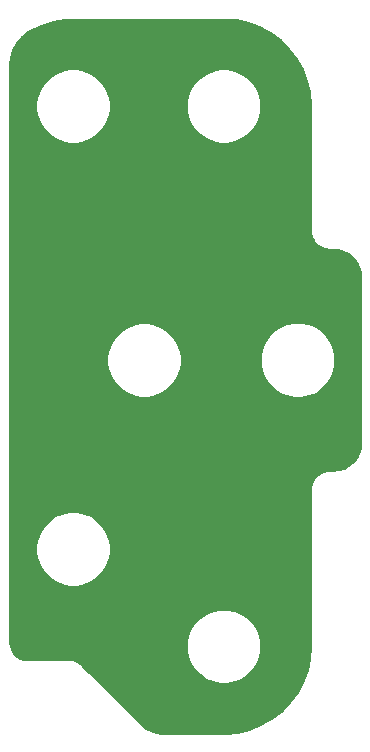
<source format=gtl>
G04 #@! TF.GenerationSoftware,KiCad,Pcbnew,5.1.9+dfsg1-1+deb11u1*
G04 #@! TF.CreationDate,2023-05-29T17:07:12+09:00*
G04 #@! TF.ProjectId,bottom,626f7474-6f6d-42e6-9b69-6361645f7063,rev?*
G04 #@! TF.SameCoordinates,Original*
G04 #@! TF.FileFunction,Copper,L1,Top*
G04 #@! TF.FilePolarity,Positive*
%FSLAX46Y46*%
G04 Gerber Fmt 4.6, Leading zero omitted, Abs format (unit mm)*
G04 Created by KiCad (PCBNEW 5.1.9+dfsg1-1+deb11u1) date 2023-05-29 17:07:12*
%MOMM*%
%LPD*%
G01*
G04 APERTURE LIST*
G04 #@! TA.AperFunction,NonConductor*
%ADD10C,0.254000*%
G04 #@! TD*
G04 #@! TA.AperFunction,NonConductor*
%ADD11C,0.100000*%
G04 #@! TD*
G04 APERTURE END LIST*
D10*
X158908448Y-68365674D02*
X159918343Y-68583099D01*
X160887522Y-68940648D01*
X161796650Y-69431187D01*
X162627596Y-70044932D01*
X163363776Y-70769637D01*
X163990497Y-71590838D01*
X164495256Y-72492152D01*
X164867987Y-73455601D01*
X165101247Y-74461953D01*
X165192245Y-75512629D01*
X165193000Y-75608707D01*
X165193001Y-86139647D01*
X165195887Y-86168945D01*
X165195844Y-86175066D01*
X165196777Y-86184585D01*
X165217178Y-86378682D01*
X165229661Y-86439496D01*
X165241295Y-86500481D01*
X165244059Y-86509637D01*
X165301771Y-86696075D01*
X165325818Y-86753279D01*
X165349087Y-86810873D01*
X165353577Y-86819317D01*
X165446402Y-86990994D01*
X165481122Y-87042468D01*
X165515117Y-87094418D01*
X165521161Y-87101829D01*
X165645565Y-87252207D01*
X165689638Y-87295973D01*
X165733057Y-87340311D01*
X165740426Y-87346408D01*
X165891668Y-87469758D01*
X165943397Y-87504126D01*
X165994608Y-87539191D01*
X166003016Y-87543737D01*
X166003020Y-87543740D01*
X166003024Y-87543742D01*
X166175343Y-87635366D01*
X166232739Y-87659022D01*
X166289807Y-87683482D01*
X166298944Y-87686310D01*
X166485780Y-87742719D01*
X166546690Y-87754780D01*
X166607409Y-87767686D01*
X166616921Y-87768686D01*
X166811155Y-87787731D01*
X166811163Y-87787731D01*
X166844353Y-87791000D01*
X167104496Y-87791000D01*
X167587017Y-87838312D01*
X168018926Y-87968713D01*
X168417285Y-88180525D01*
X168766914Y-88465675D01*
X169054499Y-88813306D01*
X169269085Y-89210174D01*
X169402498Y-89641163D01*
X169453001Y-90121664D01*
X169453000Y-104072495D01*
X169405688Y-104555016D01*
X169275287Y-104986927D01*
X169063480Y-105385280D01*
X168778325Y-105734914D01*
X168430697Y-106022497D01*
X168033825Y-106237085D01*
X167602834Y-106370500D01*
X167122346Y-106421000D01*
X166844353Y-106421000D01*
X166815045Y-106423887D01*
X166808933Y-106423844D01*
X166799415Y-106424777D01*
X166605318Y-106445178D01*
X166544504Y-106457661D01*
X166483519Y-106469295D01*
X166474363Y-106472059D01*
X166287925Y-106529771D01*
X166230692Y-106553830D01*
X166173127Y-106577087D01*
X166164682Y-106581577D01*
X165993006Y-106674402D01*
X165941532Y-106709122D01*
X165889582Y-106743117D01*
X165882170Y-106749162D01*
X165731793Y-106873565D01*
X165688027Y-106917638D01*
X165643689Y-106961057D01*
X165637592Y-106968426D01*
X165514242Y-107119668D01*
X165479881Y-107171386D01*
X165444809Y-107222607D01*
X165440260Y-107231020D01*
X165348635Y-107403343D01*
X165324978Y-107460739D01*
X165300519Y-107517807D01*
X165297690Y-107526943D01*
X165241281Y-107713780D01*
X165229219Y-107774698D01*
X165216314Y-107835410D01*
X165215314Y-107844922D01*
X165196269Y-108039155D01*
X165196269Y-108039164D01*
X165193000Y-108072354D01*
X165193001Y-121321757D01*
X165118325Y-122376448D01*
X164900901Y-123386340D01*
X164543351Y-124355521D01*
X164052809Y-125264657D01*
X163439065Y-126095599D01*
X162714365Y-126831772D01*
X161893163Y-127458494D01*
X160991843Y-127963258D01*
X160028401Y-128335985D01*
X159022047Y-128569246D01*
X157971371Y-128660244D01*
X157875166Y-128661000D01*
X152654103Y-128661000D01*
X152171583Y-128613688D01*
X151739675Y-128483288D01*
X151341315Y-128271475D01*
X150966607Y-127965872D01*
X145915671Y-122914946D01*
X145914478Y-122913740D01*
X145912006Y-122911276D01*
X145911979Y-122911254D01*
X145891465Y-122890740D01*
X145870704Y-122873702D01*
X145868733Y-122871689D01*
X145861364Y-122865592D01*
X145710122Y-122742241D01*
X145658406Y-122707881D01*
X145607179Y-122672806D01*
X145598766Y-122668257D01*
X145426444Y-122576633D01*
X145369019Y-122552965D01*
X145311982Y-122528519D01*
X145302846Y-122525690D01*
X145116009Y-122469281D01*
X145055091Y-122457219D01*
X144994379Y-122444314D01*
X144984867Y-122443314D01*
X144790634Y-122424269D01*
X144790627Y-122424269D01*
X144757437Y-122421000D01*
X141171505Y-122421000D01*
X140883218Y-122392733D01*
X140638145Y-122318741D01*
X140412107Y-122198554D01*
X140213721Y-122036754D01*
X140050540Y-121839503D01*
X139928779Y-121614310D01*
X139853076Y-121369753D01*
X139823000Y-121083602D01*
X139823000Y-121031855D01*
X154688433Y-121031855D01*
X154688433Y-121660145D01*
X154811006Y-122276362D01*
X155051442Y-122856827D01*
X155400501Y-123379230D01*
X155844770Y-123823499D01*
X156367173Y-124172558D01*
X156947638Y-124412994D01*
X157563855Y-124535567D01*
X158192145Y-124535567D01*
X158808362Y-124412994D01*
X159388827Y-124172558D01*
X159911230Y-123823499D01*
X160355499Y-123379230D01*
X160704558Y-122856827D01*
X160944994Y-122276362D01*
X161067567Y-121660145D01*
X161067567Y-121031855D01*
X160944994Y-120415638D01*
X160704558Y-119835173D01*
X160355499Y-119312770D01*
X159911230Y-118868501D01*
X159388827Y-118519442D01*
X158808362Y-118279006D01*
X158192145Y-118156433D01*
X157563855Y-118156433D01*
X156947638Y-118279006D01*
X156367173Y-118519442D01*
X155844770Y-118868501D01*
X155400501Y-119312770D01*
X155051442Y-119835173D01*
X154811006Y-120415638D01*
X154688433Y-121031855D01*
X139823000Y-121031855D01*
X139823000Y-112791855D01*
X141948433Y-112791855D01*
X141948433Y-113420145D01*
X142071006Y-114036362D01*
X142311442Y-114616827D01*
X142660501Y-115139230D01*
X143104770Y-115583499D01*
X143627173Y-115932558D01*
X144207638Y-116172994D01*
X144823855Y-116295567D01*
X145452145Y-116295567D01*
X146068362Y-116172994D01*
X146648827Y-115932558D01*
X147171230Y-115583499D01*
X147615499Y-115139230D01*
X147964558Y-114616827D01*
X148204994Y-114036362D01*
X148327567Y-113420145D01*
X148327567Y-112791855D01*
X148204994Y-112175638D01*
X147964558Y-111595173D01*
X147615499Y-111072770D01*
X147171230Y-110628501D01*
X146648827Y-110279442D01*
X146068362Y-110039006D01*
X145452145Y-109916433D01*
X144823855Y-109916433D01*
X144207638Y-110039006D01*
X143627173Y-110279442D01*
X143104770Y-110628501D01*
X142660501Y-111072770D01*
X142311442Y-111595173D01*
X142071006Y-112175638D01*
X141948433Y-112791855D01*
X139823000Y-112791855D01*
X139823000Y-96791855D01*
X147948433Y-96791855D01*
X147948433Y-97420145D01*
X148071006Y-98036362D01*
X148311442Y-98616827D01*
X148660501Y-99139230D01*
X149104770Y-99583499D01*
X149627173Y-99932558D01*
X150207638Y-100172994D01*
X150823855Y-100295567D01*
X151452145Y-100295567D01*
X152068362Y-100172994D01*
X152648827Y-99932558D01*
X153171230Y-99583499D01*
X153615499Y-99139230D01*
X153964558Y-98616827D01*
X154204994Y-98036362D01*
X154327567Y-97420145D01*
X154327567Y-96791855D01*
X154327080Y-96789405D01*
X160923553Y-96789405D01*
X160923553Y-97422595D01*
X161047083Y-98043620D01*
X161289394Y-98628611D01*
X161641176Y-99155090D01*
X162088910Y-99602824D01*
X162615389Y-99954606D01*
X163200380Y-100196917D01*
X163821405Y-100320447D01*
X164454595Y-100320447D01*
X165075620Y-100196917D01*
X165660611Y-99954606D01*
X166187090Y-99602824D01*
X166634824Y-99155090D01*
X166986606Y-98628611D01*
X167228917Y-98043620D01*
X167352447Y-97422595D01*
X167352447Y-96789405D01*
X167228917Y-96168380D01*
X166986606Y-95583389D01*
X166634824Y-95056910D01*
X166187090Y-94609176D01*
X165660611Y-94257394D01*
X165075620Y-94015083D01*
X164454595Y-93891553D01*
X163821405Y-93891553D01*
X163200380Y-94015083D01*
X162615389Y-94257394D01*
X162088910Y-94609176D01*
X161641176Y-95056910D01*
X161289394Y-95583389D01*
X161047083Y-96168380D01*
X160923553Y-96789405D01*
X154327080Y-96789405D01*
X154204994Y-96175638D01*
X153964558Y-95595173D01*
X153615499Y-95072770D01*
X153171230Y-94628501D01*
X152648827Y-94279442D01*
X152068362Y-94039006D01*
X151452145Y-93916433D01*
X150823855Y-93916433D01*
X150207638Y-94039006D01*
X149627173Y-94279442D01*
X149104770Y-94628501D01*
X148660501Y-95072770D01*
X148311442Y-95595173D01*
X148071006Y-96175638D01*
X147948433Y-96791855D01*
X139823000Y-96791855D01*
X139823000Y-75291855D01*
X141948433Y-75291855D01*
X141948433Y-75920145D01*
X142071006Y-76536362D01*
X142311442Y-77116827D01*
X142660501Y-77639230D01*
X143104770Y-78083499D01*
X143627173Y-78432558D01*
X144207638Y-78672994D01*
X144823855Y-78795567D01*
X145452145Y-78795567D01*
X146068362Y-78672994D01*
X146648827Y-78432558D01*
X147171230Y-78083499D01*
X147615499Y-77639230D01*
X147964558Y-77116827D01*
X148204994Y-76536362D01*
X148327567Y-75920145D01*
X148327567Y-75291855D01*
X154688433Y-75291855D01*
X154688433Y-75920145D01*
X154811006Y-76536362D01*
X155051442Y-77116827D01*
X155400501Y-77639230D01*
X155844770Y-78083499D01*
X156367173Y-78432558D01*
X156947638Y-78672994D01*
X157563855Y-78795567D01*
X158192145Y-78795567D01*
X158808362Y-78672994D01*
X159388827Y-78432558D01*
X159911230Y-78083499D01*
X160355499Y-77639230D01*
X160704558Y-77116827D01*
X160944994Y-76536362D01*
X161067567Y-75920145D01*
X161067567Y-75291855D01*
X160944994Y-74675638D01*
X160704558Y-74095173D01*
X160355499Y-73572770D01*
X159911230Y-73128501D01*
X159388827Y-72779442D01*
X158808362Y-72539006D01*
X158192145Y-72416433D01*
X157563855Y-72416433D01*
X156947638Y-72539006D01*
X156367173Y-72779442D01*
X155844770Y-73128501D01*
X155400501Y-73572770D01*
X155051442Y-74095173D01*
X154811006Y-74675638D01*
X154688433Y-75291855D01*
X148327567Y-75291855D01*
X148204994Y-74675638D01*
X147964558Y-74095173D01*
X147615499Y-73572770D01*
X147171230Y-73128501D01*
X146648827Y-72779442D01*
X146068362Y-72539006D01*
X145452145Y-72416433D01*
X144823855Y-72416433D01*
X144207638Y-72539006D01*
X143627173Y-72779442D01*
X143104770Y-73128501D01*
X142660501Y-73572770D01*
X142311442Y-74095173D01*
X142071006Y-74675638D01*
X141948433Y-75291855D01*
X139823000Y-75291855D01*
X139823000Y-72175414D01*
X139889357Y-71498652D01*
X140076169Y-70879903D01*
X140379603Y-70309225D01*
X140788104Y-69808354D01*
X141302806Y-69382555D01*
X141470313Y-69277885D01*
X142410235Y-68820469D01*
X143393538Y-68503818D01*
X144418744Y-68327656D01*
X145155046Y-68291000D01*
X157853785Y-68291000D01*
X158908448Y-68365674D01*
G04 #@! TA.AperFunction,NonConductor*
D11*
G36*
X158908448Y-68365674D02*
G01*
X159918343Y-68583099D01*
X160887522Y-68940648D01*
X161796650Y-69431187D01*
X162627596Y-70044932D01*
X163363776Y-70769637D01*
X163990497Y-71590838D01*
X164495256Y-72492152D01*
X164867987Y-73455601D01*
X165101247Y-74461953D01*
X165192245Y-75512629D01*
X165193000Y-75608707D01*
X165193001Y-86139647D01*
X165195887Y-86168945D01*
X165195844Y-86175066D01*
X165196777Y-86184585D01*
X165217178Y-86378682D01*
X165229661Y-86439496D01*
X165241295Y-86500481D01*
X165244059Y-86509637D01*
X165301771Y-86696075D01*
X165325818Y-86753279D01*
X165349087Y-86810873D01*
X165353577Y-86819317D01*
X165446402Y-86990994D01*
X165481122Y-87042468D01*
X165515117Y-87094418D01*
X165521161Y-87101829D01*
X165645565Y-87252207D01*
X165689638Y-87295973D01*
X165733057Y-87340311D01*
X165740426Y-87346408D01*
X165891668Y-87469758D01*
X165943397Y-87504126D01*
X165994608Y-87539191D01*
X166003016Y-87543737D01*
X166003020Y-87543740D01*
X166003024Y-87543742D01*
X166175343Y-87635366D01*
X166232739Y-87659022D01*
X166289807Y-87683482D01*
X166298944Y-87686310D01*
X166485780Y-87742719D01*
X166546690Y-87754780D01*
X166607409Y-87767686D01*
X166616921Y-87768686D01*
X166811155Y-87787731D01*
X166811163Y-87787731D01*
X166844353Y-87791000D01*
X167104496Y-87791000D01*
X167587017Y-87838312D01*
X168018926Y-87968713D01*
X168417285Y-88180525D01*
X168766914Y-88465675D01*
X169054499Y-88813306D01*
X169269085Y-89210174D01*
X169402498Y-89641163D01*
X169453001Y-90121664D01*
X169453000Y-104072495D01*
X169405688Y-104555016D01*
X169275287Y-104986927D01*
X169063480Y-105385280D01*
X168778325Y-105734914D01*
X168430697Y-106022497D01*
X168033825Y-106237085D01*
X167602834Y-106370500D01*
X167122346Y-106421000D01*
X166844353Y-106421000D01*
X166815045Y-106423887D01*
X166808933Y-106423844D01*
X166799415Y-106424777D01*
X166605318Y-106445178D01*
X166544504Y-106457661D01*
X166483519Y-106469295D01*
X166474363Y-106472059D01*
X166287925Y-106529771D01*
X166230692Y-106553830D01*
X166173127Y-106577087D01*
X166164682Y-106581577D01*
X165993006Y-106674402D01*
X165941532Y-106709122D01*
X165889582Y-106743117D01*
X165882170Y-106749162D01*
X165731793Y-106873565D01*
X165688027Y-106917638D01*
X165643689Y-106961057D01*
X165637592Y-106968426D01*
X165514242Y-107119668D01*
X165479881Y-107171386D01*
X165444809Y-107222607D01*
X165440260Y-107231020D01*
X165348635Y-107403343D01*
X165324978Y-107460739D01*
X165300519Y-107517807D01*
X165297690Y-107526943D01*
X165241281Y-107713780D01*
X165229219Y-107774698D01*
X165216314Y-107835410D01*
X165215314Y-107844922D01*
X165196269Y-108039155D01*
X165196269Y-108039164D01*
X165193000Y-108072354D01*
X165193001Y-121321757D01*
X165118325Y-122376448D01*
X164900901Y-123386340D01*
X164543351Y-124355521D01*
X164052809Y-125264657D01*
X163439065Y-126095599D01*
X162714365Y-126831772D01*
X161893163Y-127458494D01*
X160991843Y-127963258D01*
X160028401Y-128335985D01*
X159022047Y-128569246D01*
X157971371Y-128660244D01*
X157875166Y-128661000D01*
X152654103Y-128661000D01*
X152171583Y-128613688D01*
X151739675Y-128483288D01*
X151341315Y-128271475D01*
X150966607Y-127965872D01*
X145915671Y-122914946D01*
X145914478Y-122913740D01*
X145912006Y-122911276D01*
X145911979Y-122911254D01*
X145891465Y-122890740D01*
X145870704Y-122873702D01*
X145868733Y-122871689D01*
X145861364Y-122865592D01*
X145710122Y-122742241D01*
X145658406Y-122707881D01*
X145607179Y-122672806D01*
X145598766Y-122668257D01*
X145426444Y-122576633D01*
X145369019Y-122552965D01*
X145311982Y-122528519D01*
X145302846Y-122525690D01*
X145116009Y-122469281D01*
X145055091Y-122457219D01*
X144994379Y-122444314D01*
X144984867Y-122443314D01*
X144790634Y-122424269D01*
X144790627Y-122424269D01*
X144757437Y-122421000D01*
X141171505Y-122421000D01*
X140883218Y-122392733D01*
X140638145Y-122318741D01*
X140412107Y-122198554D01*
X140213721Y-122036754D01*
X140050540Y-121839503D01*
X139928779Y-121614310D01*
X139853076Y-121369753D01*
X139823000Y-121083602D01*
X139823000Y-121031855D01*
X154688433Y-121031855D01*
X154688433Y-121660145D01*
X154811006Y-122276362D01*
X155051442Y-122856827D01*
X155400501Y-123379230D01*
X155844770Y-123823499D01*
X156367173Y-124172558D01*
X156947638Y-124412994D01*
X157563855Y-124535567D01*
X158192145Y-124535567D01*
X158808362Y-124412994D01*
X159388827Y-124172558D01*
X159911230Y-123823499D01*
X160355499Y-123379230D01*
X160704558Y-122856827D01*
X160944994Y-122276362D01*
X161067567Y-121660145D01*
X161067567Y-121031855D01*
X160944994Y-120415638D01*
X160704558Y-119835173D01*
X160355499Y-119312770D01*
X159911230Y-118868501D01*
X159388827Y-118519442D01*
X158808362Y-118279006D01*
X158192145Y-118156433D01*
X157563855Y-118156433D01*
X156947638Y-118279006D01*
X156367173Y-118519442D01*
X155844770Y-118868501D01*
X155400501Y-119312770D01*
X155051442Y-119835173D01*
X154811006Y-120415638D01*
X154688433Y-121031855D01*
X139823000Y-121031855D01*
X139823000Y-112791855D01*
X141948433Y-112791855D01*
X141948433Y-113420145D01*
X142071006Y-114036362D01*
X142311442Y-114616827D01*
X142660501Y-115139230D01*
X143104770Y-115583499D01*
X143627173Y-115932558D01*
X144207638Y-116172994D01*
X144823855Y-116295567D01*
X145452145Y-116295567D01*
X146068362Y-116172994D01*
X146648827Y-115932558D01*
X147171230Y-115583499D01*
X147615499Y-115139230D01*
X147964558Y-114616827D01*
X148204994Y-114036362D01*
X148327567Y-113420145D01*
X148327567Y-112791855D01*
X148204994Y-112175638D01*
X147964558Y-111595173D01*
X147615499Y-111072770D01*
X147171230Y-110628501D01*
X146648827Y-110279442D01*
X146068362Y-110039006D01*
X145452145Y-109916433D01*
X144823855Y-109916433D01*
X144207638Y-110039006D01*
X143627173Y-110279442D01*
X143104770Y-110628501D01*
X142660501Y-111072770D01*
X142311442Y-111595173D01*
X142071006Y-112175638D01*
X141948433Y-112791855D01*
X139823000Y-112791855D01*
X139823000Y-96791855D01*
X147948433Y-96791855D01*
X147948433Y-97420145D01*
X148071006Y-98036362D01*
X148311442Y-98616827D01*
X148660501Y-99139230D01*
X149104770Y-99583499D01*
X149627173Y-99932558D01*
X150207638Y-100172994D01*
X150823855Y-100295567D01*
X151452145Y-100295567D01*
X152068362Y-100172994D01*
X152648827Y-99932558D01*
X153171230Y-99583499D01*
X153615499Y-99139230D01*
X153964558Y-98616827D01*
X154204994Y-98036362D01*
X154327567Y-97420145D01*
X154327567Y-96791855D01*
X154327080Y-96789405D01*
X160923553Y-96789405D01*
X160923553Y-97422595D01*
X161047083Y-98043620D01*
X161289394Y-98628611D01*
X161641176Y-99155090D01*
X162088910Y-99602824D01*
X162615389Y-99954606D01*
X163200380Y-100196917D01*
X163821405Y-100320447D01*
X164454595Y-100320447D01*
X165075620Y-100196917D01*
X165660611Y-99954606D01*
X166187090Y-99602824D01*
X166634824Y-99155090D01*
X166986606Y-98628611D01*
X167228917Y-98043620D01*
X167352447Y-97422595D01*
X167352447Y-96789405D01*
X167228917Y-96168380D01*
X166986606Y-95583389D01*
X166634824Y-95056910D01*
X166187090Y-94609176D01*
X165660611Y-94257394D01*
X165075620Y-94015083D01*
X164454595Y-93891553D01*
X163821405Y-93891553D01*
X163200380Y-94015083D01*
X162615389Y-94257394D01*
X162088910Y-94609176D01*
X161641176Y-95056910D01*
X161289394Y-95583389D01*
X161047083Y-96168380D01*
X160923553Y-96789405D01*
X154327080Y-96789405D01*
X154204994Y-96175638D01*
X153964558Y-95595173D01*
X153615499Y-95072770D01*
X153171230Y-94628501D01*
X152648827Y-94279442D01*
X152068362Y-94039006D01*
X151452145Y-93916433D01*
X150823855Y-93916433D01*
X150207638Y-94039006D01*
X149627173Y-94279442D01*
X149104770Y-94628501D01*
X148660501Y-95072770D01*
X148311442Y-95595173D01*
X148071006Y-96175638D01*
X147948433Y-96791855D01*
X139823000Y-96791855D01*
X139823000Y-75291855D01*
X141948433Y-75291855D01*
X141948433Y-75920145D01*
X142071006Y-76536362D01*
X142311442Y-77116827D01*
X142660501Y-77639230D01*
X143104770Y-78083499D01*
X143627173Y-78432558D01*
X144207638Y-78672994D01*
X144823855Y-78795567D01*
X145452145Y-78795567D01*
X146068362Y-78672994D01*
X146648827Y-78432558D01*
X147171230Y-78083499D01*
X147615499Y-77639230D01*
X147964558Y-77116827D01*
X148204994Y-76536362D01*
X148327567Y-75920145D01*
X148327567Y-75291855D01*
X154688433Y-75291855D01*
X154688433Y-75920145D01*
X154811006Y-76536362D01*
X155051442Y-77116827D01*
X155400501Y-77639230D01*
X155844770Y-78083499D01*
X156367173Y-78432558D01*
X156947638Y-78672994D01*
X157563855Y-78795567D01*
X158192145Y-78795567D01*
X158808362Y-78672994D01*
X159388827Y-78432558D01*
X159911230Y-78083499D01*
X160355499Y-77639230D01*
X160704558Y-77116827D01*
X160944994Y-76536362D01*
X161067567Y-75920145D01*
X161067567Y-75291855D01*
X160944994Y-74675638D01*
X160704558Y-74095173D01*
X160355499Y-73572770D01*
X159911230Y-73128501D01*
X159388827Y-72779442D01*
X158808362Y-72539006D01*
X158192145Y-72416433D01*
X157563855Y-72416433D01*
X156947638Y-72539006D01*
X156367173Y-72779442D01*
X155844770Y-73128501D01*
X155400501Y-73572770D01*
X155051442Y-74095173D01*
X154811006Y-74675638D01*
X154688433Y-75291855D01*
X148327567Y-75291855D01*
X148204994Y-74675638D01*
X147964558Y-74095173D01*
X147615499Y-73572770D01*
X147171230Y-73128501D01*
X146648827Y-72779442D01*
X146068362Y-72539006D01*
X145452145Y-72416433D01*
X144823855Y-72416433D01*
X144207638Y-72539006D01*
X143627173Y-72779442D01*
X143104770Y-73128501D01*
X142660501Y-73572770D01*
X142311442Y-74095173D01*
X142071006Y-74675638D01*
X141948433Y-75291855D01*
X139823000Y-75291855D01*
X139823000Y-72175414D01*
X139889357Y-71498652D01*
X140076169Y-70879903D01*
X140379603Y-70309225D01*
X140788104Y-69808354D01*
X141302806Y-69382555D01*
X141470313Y-69277885D01*
X142410235Y-68820469D01*
X143393538Y-68503818D01*
X144418744Y-68327656D01*
X145155046Y-68291000D01*
X157853785Y-68291000D01*
X158908448Y-68365674D01*
G37*
G04 #@! TD.AperFunction*
M02*

</source>
